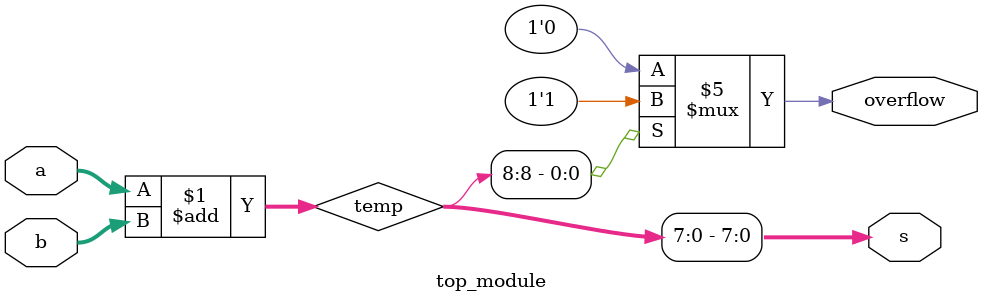
<source format=sv>
module top_module (
	input [7:0] a,
	input [7:0] b,
	output [7:0] s,
	output overflow
);
	
	reg [8:0] temp; // Create a temporary register to hold the sum result
	
	assign temp = a + b; // Add the two input numbers and store the result in temp
	
	always @(*) begin
		if (temp[8] == 1) // Check if the MSB of the sum is 1
			overflow = 1; // Set overflow signal to 1 if overflow has occurred
		else
			overflow = 0; // Set overflow signal to 0 if no overflow has occurred
		
		s = temp[7:0]; // Assign the least significant 8 bits of the sum to the output signal s
	end
	
endmodule

</source>
